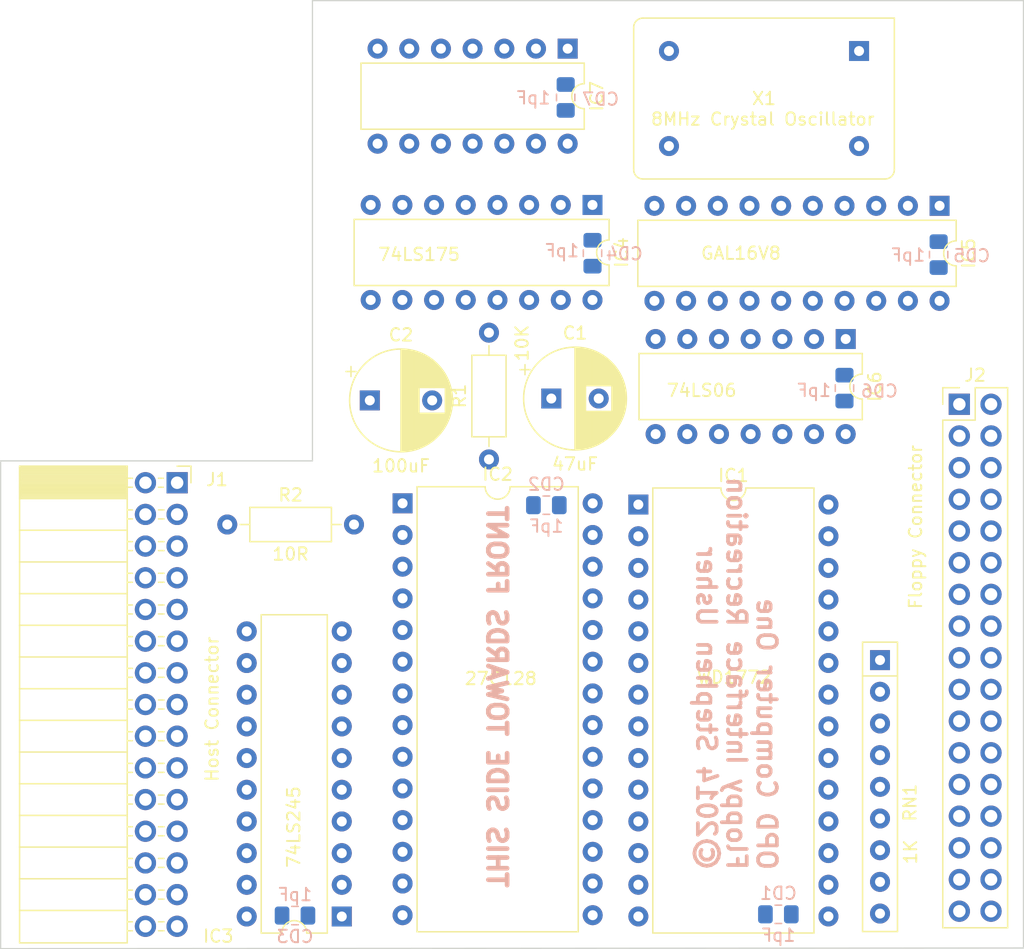
<source format=kicad_pcb>
(kicad_pcb (version 20240108) (generator "pcbnew") (generator_version "8.0")
  (layers (0 "F.Cu" signal) (31 "B.Cu" signal) (34 "B.Paste" user) (35 "F.Paste" user) (36 "B.SilkS" user "B.Silkscreen") (37 "F.SilkS" user "F.Silkscreen") (38 "B.Mask" user) (39 "F.Mask" user) (44 "Edge.Cuts" user))
  (net 0 "")
  (net 1 "+5V")
  (net 2 "GND")
  (net 3 "Net-(IC4-~{Mr})")
  (net 4 "_1772CS")
  (net 5 "A0")
  (net 6 "A1")
  (net 7 "ID0")
  (net 8 "ID1")
  (net 9 "ID2")
  (net 10 "ID3")
  (net 11 "ID4")
  (net 12 "ID5")
  (net 13 "ID6")
  (net 14 "ID7")
  (net 15 "_MRESET")
  (net 16 "ISTEP")
  (net 17 "DIRC")
  (net 18 "CLOCK")
  (net 19 "_RD")
  (net 20 "MOTOR")
  (net 21 "WRT_GATE")
  (net 22 "WRT_DATA")
  (net 23 "_TRACK0")
  (net 24 "INDEX")
  (net 25 "_WR_PROT")
  (net 27 "INTRQ")
  (net 29 "A12")
  (net 30 "A7")
  (net 31 "A6")
  (net 32 "A5")
  (net 33 "A4")
  (net 34 "A3")
  (net 35 "A2")
  (net 36 "A10")
  (net 37 "_ROMOE")
  (net 38 "A11")
  (net 39 "A9")
  (net 40 "A8")
  (net 41 "A13")
  (net 43 "D7")
  (net 44 "D6")
  (net 45 "D5")
  (net 46 "D4")
  (net 47 "D3")
  (net 48 "D2")
  (net 49 "D1")
  (net 50 "D0")
  (net 51 "_CE")
  (net 52 "175Q0")
  (net 55 "175Q1")
  (net 56 "175CP")
  (net 57 "175Q2")
  (net 60 "A14")
  (net 61 "_OE")
  (net 62 "_INTR")
  (net 63 "DIR")
  (net 64 "_WD")
  (net 65 "_WE")
  (net 66 "_STEP")
  (net 67 "MOTORON")
  (net 68 "R{slash}W")
  (net 69 "_SEL1")
  (net 70 "_SIDE")
  (net 71 "_SEL0")
  (net 84 "OC_CLOCK")
  (net 86 "_MODULE_DETECT")
  (footprint "Package_DIP:DIP-28_W15.24mm" (layer "F.Cu") (at 99.125 70.4)
    (property "Reference" "IC1" (at 7.62 -2.33 0) (layer "F.SilkS"))
    (property "Value" "WD1772" (at 7.675 13.85 0) (layer "F.SilkS"))
    (pad "1" thru_hole rect (at 0 0) (size 1.6 1.6) (drill 0.8) (layers "*.Cu" "*.Mask") (net 4 "_1772CS"))
    (pad "2" thru_hole oval (at 0 2.54) (size 1.6 1.6) (drill 0.8) (layers "*.Cu" "*.Mask") (net 68 "R{slash}W"))
    (pad "3" thru_hole oval (at 0 5.08) (size 1.6 1.6) (drill 0.8) (layers "*.Cu" "*.Mask") (net 5 "A0"))
    (pad "4" thru_hole oval (at 0 7.62) (size 1.6 1.6) (drill 0.8) (layers "*.Cu" "*.Mask") (net 6 "A1"))
    (pad "5" thru_hole oval (at 0 10.16) (size 1.6 1.6) (drill 0.8) (layers "*.Cu" "*.Mask") (net 7 "ID0"))
    (pad "6" thru_hole oval (at 0 12.7) (size 1.6 1.6) (drill 0.8) (layers "*.Cu" "*.Mask") (net 8 "ID1"))
    (pad "7" thru_hole oval (at 0 15.24) (size 1.6 1.6) (drill 0.8) (layers "*.Cu" "*.Mask") (net 9 "ID2"))
    (pad "8" thru_hole oval (at 0 17.78) (size 1.6 1.6) (drill 0.8) (layers "*.Cu" "*.Mask") (net 10 "ID3"))
    (pad "9" thru_hole oval (at 0 20.32) (size 1.6 1.6) (drill 0.8) (layers "*.Cu" "*.Mask") (net 11 "ID4"))
    (pad "10" thru_hole oval (at 0 22.86) (size 1.6 1.6) (drill 0.8) (layers "*.Cu" "*.Mask") (net 12 "ID5"))
    (pad "11" thru_hole oval (at 0 25.4) (size 1.6 1.6) (drill 0.8) (layers "*.Cu" "*.Mask") (net 13 "ID6"))
    (pad "12" thru_hole oval (at 0 27.94) (size 1.6 1.6) (drill 0.8) (layers "*.Cu" "*.Mask") (net 14 "ID7"))
    (pad "13" thru_hole oval (at 0 30.48) (size 1.6 1.6) (drill 0.8) (layers "*.Cu" "*.Mask") (net 15 "_MRESET"))
    (pad "14" thru_hole oval (at 0 33.02) (size 1.6 1.6) (drill 0.8) (layers "*.Cu" "*.Mask") (net 2 "GND"))
    (pad "15" thru_hole oval (at 15.24 33.02) (size 1.6 1.6) (drill 0.8) (layers "*.Cu" "*.Mask") (net 1 "+5V"))
    (pad "16" thru_hole oval (at 15.24 30.48) (size 1.6 1.6) (drill 0.8) (layers "*.Cu" "*.Mask") (net 16 "ISTEP"))
    (pad "17" thru_hole oval (at 15.24 27.94) (size 1.6 1.6) (drill 0.8) (layers "*.Cu" "*.Mask") (net 17 "DIRC"))
    (pad "18" thru_hole oval (at 15.24 25.4) (size 1.6 1.6) (drill 0.8) (layers "*.Cu" "*.Mask") (net 18 "CLOCK"))
    (pad "19" thru_hole oval (at 15.24 22.86) (size 1.6 1.6) (drill 0.8) (layers "*.Cu" "*.Mask") (net 19 "_RD"))
    (pad "20" thru_hole oval (at 15.24 20.32) (size 1.6 1.6) (drill 0.8) (layers "*.Cu" "*.Mask") (net 20 "MOTOR"))
    (pad "21" thru_hole oval (at 15.24 17.78) (size 1.6 1.6) (drill 0.8) (layers "*.Cu" "*.Mask") (net 21 "WRT_GATE"))
    (pad "22" thru_hole oval (at 15.24 15.24) (size 1.6 1.6) (drill 0.8) (layers "*.Cu" "*.Mask") (net 22 "WRT_DATA"))
    (pad "23" thru_hole oval (at 15.24 12.7) (size 1.6 1.6) (drill 0.8) (layers "*.Cu" "*.Mask") (net 23 "_TRACK0"))
    (pad "24" thru_hole oval (at 15.24 10.16) (size 1.6 1.6) (drill 0.8) (layers "*.Cu" "*.Mask") (net 24 "INDEX"))
    (pad "25" thru_hole oval (at 15.24 7.62) (size 1.6 1.6) (drill 0.8) (layers "*.Cu" "*.Mask") (net 25 "_WR_PROT"))
    (pad "26" thru_hole oval (at 15.24 5.08) (size 1.6 1.6) (drill 0.8) (layers "*.Cu" "*.Mask") (net 2 "GND"))
    (pad "27" thru_hole oval (at 15.24 2.54) (size 1.6 1.6) (drill 0.8) (layers "*.Cu" "*.Mask"))
    (pad "28" thru_hole oval (at 15.24 0) (size 1.6 1.6) (drill 0.8) (layers "*.Cu" "*.Mask") (net 27 "INTRQ"))
  )
  (footprint "Package_DIP:DIP-14_W7.62mm" (layer "F.Cu") (at 115.75 57.13 -90)
    (property "Reference" "IC6" (at 3.81 -2.33 90) (layer "F.SilkS"))
    (property "Value" "74LS06" (at 4.12 11.55 180) (layer "F.SilkS"))
    (pad "1" thru_hole rect (at 0 0 270) (size 1.6 1.6) (drill 0.8) (layers "*.Cu" "*.Mask") (net 27 "INTRQ"))
    (pad "2" thru_hole oval (at 0 2.54 270) (size 1.6 1.6) (drill 0.8) (layers "*.Cu" "*.Mask") (net 62 "_INTR"))
    (pad "3" thru_hole oval (at 0 5.08 270) (size 1.6 1.6) (drill 0.8) (layers "*.Cu" "*.Mask") (net 17 "DIRC"))
    (pad "4" thru_hole oval (at 0 7.62 270) (size 1.6 1.6) (drill 0.8) (layers "*.Cu" "*.Mask") (net 63 "DIR"))
    (pad "5" thru_hole oval (at 0 10.16 270) (size 1.6 1.6) (drill 0.8) (layers "*.Cu" "*.Mask") (net 22 "WRT_DATA"))
    (pad "6" thru_hole oval (at 0 12.7 270) (size 1.6 1.6) (drill 0.8) (layers "*.Cu" "*.Mask") (net 64 "_WD"))
    (pad "7" thru_hole oval (at 0 15.24 270) (size 1.6 1.6) (drill 0.8) (layers "*.Cu" "*.Mask") (net 2 "GND"))
    (pad "8" thru_hole oval (at 7.62 15.24 270) (size 1.6 1.6) (drill 0.8) (layers "*.Cu" "*.Mask") (net 65 "_WE"))
    (pad "9" thru_hole oval (at 7.62 12.7 270) (size 1.6 1.6) (drill 0.8) (layers "*.Cu" "*.Mask") (net 21 "WRT_GATE"))
    (pad "10" thru_hole oval (at 7.62 10.16 270) (size 1.6 1.6) (drill 0.8) (layers "*.Cu" "*.Mask") (net 66 "_STEP"))
    (pad "11" thru_hole oval (at 7.62 7.62 270) (size 1.6 1.6) (drill 0.8) (layers "*.Cu" "*.Mask") (net 16 "ISTEP"))
    (pad "12" thru_hole oval (at 7.62 5.08 270) (size 1.6 1.6) (drill 0.8) (layers "*.Cu" "*.Mask") (net 67 "MOTORON"))
    (pad "13" thru_hole oval (at 7.62 2.54 270) (size 1.6 1.6) (drill 0.8) (layers "*.Cu" "*.Mask") (net 20 "MOTOR"))
    (pad "14" thru_hole oval (at 7.62 0 270) (size 1.6 1.6) (drill 0.8) (layers "*.Cu" "*.Mask") (net 1 "+5V"))
  )
  (footprint "Package_DIP:DIP-14_W7.62mm" (layer "F.Cu") (at 93.46 33.85 -90)
    (property "Reference" "IC7" (at 3.81 -2.33 -90) (layer "F.SilkS"))
    (property "Value" "74LS06")
    (pad "1" thru_hole rect (at 0 0 270) (size 1.6 1.6) (drill 0.8) (layers "*.Cu" "*.Mask") (net 84 "OC_CLOCK"))
    (pad "2" thru_hole oval (at 0 2.54 270) (size 1.6 1.6) (drill 0.8) (layers "*.Cu" "*.Mask") (net 18 "CLOCK"))
    (pad "3" thru_hole oval (at 0 5.08 270) (size 1.6 1.6) (drill 0.8) (layers "*.Cu" "*.Mask") (net 57 "175Q2"))
    (pad "4" thru_hole oval (at 0 7.62 270) (size 1.6 1.6) (drill 0.8) (layers "*.Cu" "*.Mask") (net 70 "_SIDE"))
    (pad "5" thru_hole oval (at 0 10.16 270) (size 1.6 1.6) (drill 0.8) (layers "*.Cu" "*.Mask") (net 52 "175Q0"))
    (pad "6" thru_hole oval (at 0 12.7 270) (size 1.6 1.6) (drill 0.8) (layers "*.Cu" "*.Mask") (net 71 "_SEL0"))
    (pad "7" thru_hole oval (at 0 15.24 270) (size 1.6 1.6) (drill 0.8) (layers "*.Cu" "*.Mask") (net 2 "GND"))
    (pad "8" thru_hole oval (at 7.62 15.24 270) (size 1.6 1.6) (drill 0.8) (layers "*.Cu" "*.Mask") (net 69 "_SEL1"))
    (pad "9" thru_hole oval (at 7.62 12.7 270) (size 1.6 1.6) (drill 0.8) (layers "*.Cu" "*.Mask") (net 55 "175Q1"))
    (pad "10" thru_hole oval (at 7.62 10.16 270) (size 1.6 1.6) (drill 0.8) (layers "*.Cu" "*.Mask"))
    (pad "11" thru_hole oval (at 7.62 7.62 270) (size 1.6 1.6) (drill 0.8) (layers "*.Cu" "*.Mask"))
    (pad "12" thru_hole oval (at 7.62 5.08 270) (size 1.6 1.6) (drill 0.8) (layers "*.Cu" "*.Mask"))
    (pad "13" thru_hole oval (at 7.62 2.54 270) (size 1.6 1.6) (drill 0.8) (layers "*.Cu" "*.Mask"))
    (pad "14" thru_hole oval (at 7.62 0 270) (size 1.6 1.6) (drill 0.8) (layers "*.Cu" "*.Mask") (net 1 "+5V"))
  )
  (footprint "Connector_PinSocket_2.54mm:PinSocket_2x15_P2.54mm_Horizontal" (layer "F.Cu") (at 62.15 68.65)
    (property "Reference" "J1" (at 3.2 -0.25 0) (layer "F.SilkS"))
    (property "Value" "Host Connector" (at 2.8 18.15 -90) (layer "F.SilkS"))
    (pad "1" thru_hole rect (at 0 0) (size 1.7 1.7) (drill 1) (layers "*.Cu" "*.Mask") (net 1 "+5V"))
    (pad "2" thru_hole oval (at -2.54 0) (size 1.7 1.7) (drill 1) (layers "*.Cu" "*.Mask") (net 60 "A14"))
    (pad "3" thru_hole oval (at 0 2.54) (size 1.7 1.7) (drill 1) (layers "*.Cu" "*.Mask") (net 29 "A12"))
    (pad "4" thru_hole oval (at -2.54 2.54) (size 1.7 1.7) (drill 1) (layers "*.Cu" "*.Mask") (net 41 "A13"))
    (pad "5" thru_hole oval (at 0 5.08) (size 1.7 1.7) (drill 1) (layers "*.Cu" "*.Mask") (net 30 "A7"))
    (pad "6" thru_hole oval (at -2.54 5.08) (size 1.7 1.7) (drill 1) (layers "*.Cu" "*.Mask") (net 40 "A8"))
    (pad "7" thru_hole oval (at 0 7.62) (size 1.7 1.7) (drill 1) (layers "*.Cu" "*.Mask") (net 31 "A6"))
    (pad "8" thru_hole oval (at -2.54 7.62) (size 1.7 1.7) (drill 1) (layers "*.Cu" "*.Mask") (net 39 "A9"))
    (pad "9" thru_hole oval (at 0 10.16) (size 1.7 1.7) (drill 1) (layers "*.Cu" "*.Mask") (net 32 "A5"))
    (pad "10" thru_hole oval (at -2.54 10.16) (size 1.7 1.7) (drill 1) (layers "*.Cu" "*.Mask") (net 38 "A11"))
    (pad "11" thru_hole oval (at 0 12.7) (size 1.7 1.7) (drill 1) (layers "*.Cu" "*.Mask") (net 33 "A4"))
    (pad "12" thru_hole oval (at -2.54 12.7) (size 1.7 1.7) (drill 1) (layers "*.Cu" "*.Mask") (net 61 "_OE"))
    (pad "13" thru_hole oval (at 0 15.24) (size 1.7 1.7) (drill 1) (layers "*.Cu" "*.Mask") (net 34 "A3"))
    (pad "14" thru_hole oval (at -2.54 15.24) (size 1.7 1.7) (drill 1) (layers "*.Cu" "*.Mask") (net 36 "A10"))
    (pad "15" thru_hole oval (at 0 17.78) (size 1.7 1.7) (drill 1) (layers "*.Cu" "*.Mask") (net 35 "A2"))
    (pad "16" thru_hole oval (at -2.54 17.78) (size 1.7 1.7) (drill 1) (layers "*.Cu" "*.Mask") (net 51 "_CE"))
    (pad "17" thru_hole oval (at 0 20.32) (size 1.7 1.7) (drill 1) (layers "*.Cu" "*.Mask") (net 6 "A1"))
    (pad "18" thru_hole oval (at -2.54 20.32) (size 1.7 1.7) (drill 1) (layers "*.Cu" "*.Mask") (net 43 "D7"))
    (pad "19" thru_hole oval (at 0 22.86) (size 1.7 1.7) (drill 1) (layers "*.Cu" "*.Mask") (net 5 "A0"))
    (pad "20" thru_hole oval (at -2.54 22.86) (size 1.7 1.7) (drill 1) (layers "*.Cu" "*.Mask") (net 44 "D6"))
    (pad "21" thru_hole oval (at 0 25.4) (size 1.7 1.7) (drill 1) (layers "*.Cu" "*.Mask") (net 50 "D0"))
    (pad "22" thru_hole oval (at -2.54 25.4) (size 1.7 1.7) (drill 1) (layers "*.Cu" "*.Mask") (net 45 "D5"))
    (pad "23" thru_hole oval (at 0 27.94) (size 1.7 1.7) (drill 1) (layers "*.Cu" "*.Mask") (net 49 "D1"))
    (pad "24" thru_hole oval (at -2.54 27.94) (size 1.7 1.7) (drill 1) (layers "*.Cu" "*.Mask") (net 46 "D4"))
    (pad "25" thru_hole oval (at 0 30.48) (size 1.7 1.7) (drill 1) (layers "*.Cu" "*.Mask") (net 48 "D2"))
    (pad "26" thru_hole oval (at -2.54 30.48) (size 1.7 1.7) (drill 1) (layers "*.Cu" "*.Mask") (net 47 "D3"))
    (pad "27" thru_hole oval (at 0 33.02) (size 1.7 1.7) (drill 1) (layers "*.Cu" "*.Mask") (net 68 "R{slash}W"))
    (pad "28" thru_hole oval (at -2.54 33.02) (size 1.7 1.7) (drill 1) (layers "*.Cu" "*.Mask") (net 86 "_MODULE_DETECT"))
    (pad "29" thru_hole oval (at 0 35.56) (size 1.7 1.7) (drill 1) (layers "*.Cu" "*.Mask") (net 2 "GND"))
    (pad "30" thru_hole oval (at -2.54 35.56) (size 1.7 1.7) (drill 1) (layers "*.Cu" "*.Mask") (net 62 "_INTR"))
  )
  (footprint "Package_DIP:DIP-20_W7.62mm" (layer "F.Cu") (at 123.275 46.45 -90)
    (property "Reference" "IC5" (at 3.81 -2.33 90) (layer "F.SilkS"))
    (property "Value" "GAL16V8" (at 3.8 15.925 180) (layer "F.SilkS"))
    (pad "1" thru_hole rect (at 0 0 270) (size 1.6 1.6) (drill 0.8) (layers "*.Cu" "*.Mask") (net 61 "_OE"))
    (pad "2" thru_hole oval (at 0 2.54 270) (size 1.6 1.6) (drill 0.8) (layers "*.Cu" "*.Mask") (net 51 "_CE"))
    (pad "3" thru_hole oval (at 0 5.08 270) (size 1.6 1.6) (drill 0.8) (layers "*.Cu" "*.Mask") (net 41 "A13"))
    (pad "4" thru_hole oval (at 0 7.62 270) (size 1.6 1.6) (drill 0.8) (layers "*.Cu" "*.Mask") (net 60 "A14"))
    (pad "5" thru_hole oval (at 0 10.16 270) (size 1.6 1.6) (drill 0.8) (layers "*.Cu" "*.Mask") (net 68 "R{slash}W"))
    (pad "6" thru_hole oval (at 0 12.7 270) (size 1.6 1.6) (drill 0.8) (layers "*.Cu" "*.Mask"))
    (pad "7" thru_hole oval (at 0 15.24 270) (size 1.6 1.6) (drill 0.8) (layers "*.Cu" "*.Mask"))
    (pad "8" thru_hole oval (at 0 17.78 270) (size 1.6 1.6) (drill 0.8) (layers "*.Cu" "*.Mask"))
    (pad "9" thru_hole oval (at 0 20.32 270) (size 1.6 1.6) (drill 0.8) (layers "*.Cu" "*.Mask"))
    (pad "10" thru_hole oval (at 0 22.86 270) (size 1.6 1.6) (drill 0.8) (layers "*.Cu" "*.Mask") (net 2 "GND"))
    (pad "11" thru_hole oval (at 7.62 22.86 270) (size 1.6 1.6) (drill 0.8) (layers "*.Cu" "*.Mask") (net 2 "GND"))
    (pad "12" thru_hole oval (at 7.62 20.32 270) (size 1.6 1.6) (drill 0.8) (layers "*.Cu" "*.Mask"))
    (pad "13" thru_hole oval (at 7.62 17.78 270) (size 1.6 1.6) (drill 0.8) (layers "*.Cu" "*.Mask"))
    (pad "14" thru_hole oval (at 7.62 15.24 270) (size 1.6 1.6) (drill 0.8) (layers "*.Cu" "*.Mask"))
    (pad "15" thru_hole oval (at 7.62 12.7 270) (size 1.6 1.6) (drill 0.8) (layers "*.Cu" "*.Mask"))
    (pad "16" thru_hole oval (at 7.62 10.16 270) (size 1.6 1.6) (drill 0.8) (layers "*.Cu" "*.Mask"))
    (pad "17" thru_hole oval (at 7.62 7.62 270) (size 1.6 1.6) (drill 0.8) (layers "*.Cu" "*.Mask") (net 4 "_1772CS"))
    (pad "18" thru_hole oval (at 7.62 5.08 270) (size 1.6 1.6) (drill 0.8) (layers "*.Cu" "*.Mask") (net 56 "175CP"))
    (pad "19" thru_hole oval (at 7.62 2.54 270) (size 1.6 1.6) (drill 0.8) (layers "*.Cu" "*.Mask") (net 37 "_ROMOE"))
    (pad "20" thru_hole oval (at 7.62 0 270) (size 1.6 1.6) (drill 0.8) (layers "*.Cu" "*.Mask") (net 1 "+5V"))
  )
  (footprint "Oscillator:Oscillator_DIP-14" (layer "F.Cu") (at 116.82 34.04 180)
    (property "Reference" "X1" (at 7.62 -3.81 0) (layer "F.SilkS"))
    (property "Value" "8MHz Crystal Oscillator" (at 7.72 -5.46 0) (layer "F.SilkS"))
    (pad "1" thru_hole rect (at 0 0 180) (size 1.6 1.6) (drill 0.8) (layers "*.Cu" "*.Mask"))
    (pad "7" thru_hole circle (at 15.24 0 180) (size 1.6 1.6) (drill 0.8) (layers "*.Cu" "*.Mask") (net 2 "GND"))
    (pad "8" thru_hole circle (at 15.24 -7.62 180) (size 1.6 1.6) (drill 0.8) (layers "*.Cu" "*.Mask") (net 84 "OC_CLOCK"))
    (pad "14" thru_hole circle (at 0 -7.62 180) (size 1.6 1.6) (drill 0.8) (layers "*.Cu" "*.Mask") (net 1 "+5V"))
  )
  (footprint "Package_DIP:DIP-20_W7.62mm" (layer "F.Cu") (at 75.35 103.425 180)
    (property "Reference" "IC3" (at 9.9 -1.575 0) (layer "F.SilkS"))
    (property "Value" "74LS245" (at 3.85 7.175 90) (layer "F.SilkS"))
    (pad "1" thru_hole rect (at 0 0 180) (size 1.6 1.6) (drill 0.8) (layers "*.Cu" "*.Mask") (net 68 "R{slash}W"))
    (pad "2" thru_hole oval (at 0 2.54 180) (size 1.6 1.6) (drill 0.8) (layers "*.Cu" "*.Mask") (net 7 "ID0"))
    (pad "3" thru_hole oval (at 0 5.08 180) (size 1.6 1.6) (drill 0.8) (layers "*.Cu" "*.Mask") (net 8 "ID1"))
    (pad "4" thru_hole oval (at 0 7.62 180) (size 1.6 1.6) (drill 0.8) (layers "*.Cu" "*.Mask") (net 9 "ID2"))
    (pad "5" thru_hole oval (at 0 10.16 180) (size 1.6 1.6) (drill 0.8) (layers "*.Cu" "*.Mask") (net 10 "ID3"))
    (pad "6" thru_hole oval (at 0 12.7 180) (size 1.6 1.6) (drill 0.8) (layers "*.Cu" "*.Mask") (net 11 "ID4"))
    (pad "7" thru_hole oval (at 0 15.24 180) (size 1.6 1.6) (drill 0.8) (layers "*.Cu" "*.Mask") (net 12 "ID5"))
    (pad "8" thru_hole oval (at 0 17.78 180) (size 1.6 1.6) (drill 0.8) (layers "*.Cu" "*.Mask") (net 13 "ID6"))
    (pad "9" thru_hole oval (at 0 20.32 180) (size 1.6 1.6) (drill 0.8) (layers "*.Cu" "*.Mask") (net 14 "ID7"))
    (pad "10" thru_hole oval (at 0 22.86 180) (size 1.6 1.6) (drill 0.8) (layers "*.Cu" "*.Mask") (net 2 "GND"))
    (pad "11" thru_hole oval (at 7.62 22.86 180) (size 1.6 1.6) (drill 0.8) (layers "*.Cu" "*.Mask") (net 43 "D7"))
    (pad "12" thru_hole oval (at 7.62 20.32 180) (size 1.6 1.6) (drill 0.8) (layers "*.Cu" "*.Mask") (net 44 "D6"))
    (pad "13" thru_hole oval (at 7.62 17.78 180) (size 1.6 1.6) (drill 0.8) (layers "*.Cu" "*.Mask") (net 45 "D5"))
    (pad "14" thru_hole oval (at 7.62 15.24 180) (size 1.6 1.6) (drill 0.8) (layers "*.Cu" "*.Mask") (net 46 "D4"))
    (pad "15" thru_hole oval (at 7.62 12.7 180) (size 1.6 1.6) (drill 0.8) (layers "*.Cu" "*.Mask") (net 47 "D3"))
    (pad "16" thru_hole oval (at 7.62 10.16 180) (size 1.6 1.6) (drill 0.8) (layers "*.Cu" "*.Mask") (net 48 "D2"))
    (pad "17" thru_hole oval (at 7.62 7.62 180) (size 1.6 1.6) (drill 0.8) (layers "*.Cu" "*.Mask") (net 49 "D1"))
    (pad "18" thru_hole oval (at 7.62 5.08 180) (size 1.6 1.6) (drill 0.8) (layers "*.Cu" "*.Mask") (net 50 "D0"))
    (pad "19" thru_hole oval (at 7.62 2.54 180) (size 1.6 1.6) (drill 0.8) (layers "*.Cu" "*.Mask") (net 51 "_CE"))
    (pad "20" thru_hole oval (at 7.62 0 180) (size 1.6 1.6) (drill 0.8) (layers "*.Cu" "*.Mask") (net 1 "+5V"))
  )
  (footprint "Capacitor_THT:CP_Radial_D8.0mm_P5.00mm" (layer "F.Cu") (at 77.597349 62.05)
    (property "Reference" "C2" (at 2.5 -5.25 0) (layer "F.SilkS"))
    (property "Value" "100uF" (at 2.5 5.25 0) (layer "F.SilkS"))
    (pad "1" thru_hole rect (at 0 0) (size 1.6 1.6) (drill 0.8) (layers "*.Cu" "*.Mask") (net 1 "+5V"))
    (pad "2" thru_hole circle (at 5 0) (size 1.6 1.6) (drill 0.8) (layers "*.Cu" "*.Mask") (net 2 "GND"))
  )
  (footprint "Capacitor_THT:CP_Radial_D8.0mm_P3.80mm" (layer "F.Cu") (at 92.147349 61.9)
    (property "Reference" "C1" (at 1.9 -5.25 0) (layer "F.SilkS"))
    (property "Value" "47uF" (at 1.9 5.25 0) (layer "F.SilkS"))
    (pad "1" thru_hole rect (at 0 0) (size 1.6 1.6) (drill 0.8) (layers "*.Cu" "*.Mask") (net 3 "Net-(IC4-~{Mr})"))
    (pad "2" thru_hole circle (at 3.8 0) (size 1.6 1.6) (drill 0.8) (layers "*.Cu" "*.Mask") (net 2 "GND"))
  )
  (footprint "Resistor_THT:R_Axial_DIN0207_L6.3mm_D2.5mm_P10.16mm_Horizontal" (layer "F.Cu") (at 66.17 72)
    (property "Reference" "R2" (at 5.08 -2.37 0) (layer "F.SilkS"))
    (property "Value" "10R" (at 5.08 2.37 0) (layer "F.SilkS"))
    (pad "1" thru_hole circle (at 0 0) (size 1.6 1.6) (drill 0.8) (layers "*.Cu" "*.Mask") (net 86 "_MODULE_DETECT"))
    (pad "2" thru_hole oval (at 10.16 0) (size 1.6 1.6) (drill 0.8) (layers "*.Cu" "*.Mask") (net 2 "GND"))
  )
  (footprint "Resistor_THT:R_Axial_DIN0207_L6.3mm_D2.5mm_P10.16mm_Horizontal" (layer "F.Cu") (at 87.15 66.78 90)
    (property "Reference" "R1" (at 5.08 -2.37 90) (layer "F.SilkS"))
    (property "Value" "10K" (at 9.33 2.65 90) (layer "F.SilkS"))
    (pad "1" thru_hole circle (at 0 0 90) (size 1.6 1.6) (drill 0.8) (layers "*.Cu" "*.Mask") (net 3 "Net-(IC4-~{Mr})"))
    (pad "2" thru_hole oval (at 10.16 0 90) (size 1.6 1.6) (drill 0.8) (layers "*.Cu" "*.Mask") (net 1 "+5V"))
  )
  (footprint "Resistor_THT:R_Array_SIP9" (layer "F.Cu") (at 118.5 82.87 -90)
    (property "Reference" "RN1" (at 11.43 -2.4 90) (layer "F.SilkS"))
    (property "Value" "1K" (at 15.38 -2.45 90) (layer "F.SilkS"))
    (pad "1" thru_hole rect (at 0 0 270) (size 1.6 1.6) (drill 0.8) (layers "*.Cu" "*.Mask") (net 1 "+5V"))
    (pad "2" thru_hole oval (at 2.54 0 270) (size 1.6 1.6) (drill 0.8) (layers "*.Cu" "*.Mask") (net 24 "INDEX"))
    (pad "3" thru_hole oval (at 5.08 0 270) (size 1.6 1.6) (drill 0.8) (layers "*.Cu" "*.Mask") (net 23 "_TRACK0"))
    (pad "4" thru_hole oval (at 7.62 0 270) (size 1.6 1.6) (drill 0.8) (layers "*.Cu" "*.Mask") (net 25 "_WR_PROT"))
    (pad "5" thru_hole oval (at 10.16 0 270) (size 1.6 1.6) (drill 0.8) (layers "*.Cu" "*.Mask") (net 19 "_RD"))
    (pad "6" thru_hole oval (at 12.7 0 270) (size 1.6 1.6) (drill 0.8) (layers "*.Cu" "*.Mask"))
    (pad "7" thru_hole oval (at 15.24 0 270) (size 1.6 1.6) (drill 0.8) (layers "*.Cu" "*.Mask"))
    (pad "8" thru_hole oval (at 17.78 0 270) (size 1.6 1.6) (drill 0.8) (layers "*.Cu" "*.Mask"))
    (pad "9" thru_hole oval (at 20.32 0 270) (size 1.6 1.6) (drill 0.8) (layers "*.Cu" "*.Mask") (net 18 "CLOCK"))
  )
  (footprint "Package_DIP:DIP-16_W7.62mm" (layer "F.Cu") (at 95.45 46.38 -90)
    (property "Reference" "IC4" (at 3.81 -2.33 90) (layer "F.SilkS"))
    (property "Value" "74LS175" (at 3.97 13.9 180) (layer "F.SilkS"))
    (pad "1" thru_hole rect (at 0 0 270) (size 1.6 1.6) (drill 0.8) (layers "*.Cu" "*.Mask") (net 3 "Net-(IC4-~{Mr})"))
    (pad "2" thru_hole oval (at 0 2.54 270) (size 1.6 1.6) (drill 0.8) (layers "*.Cu" "*.Mask") (net 52 "175Q0"))
    (pad "3" thru_hole oval (at 0 5.08 270) (size 1.6 1.6) (drill 0.8) (layers "*.Cu" "*.Mask"))
    (pad "4" thru_hole oval (at 0 7.62 270) (size 1.6 1.6) (drill 0.8) (layers "*.Cu" "*.Mask") (net 7 "ID0"))
    (pad "5" thru_hole oval (at 0 10.16 270) (size 1.6 1.6) (drill 0.8) (layers "*.Cu" "*.Mask") (net 8 "ID1"))
    (pad "6" thru_hole oval (at 0 12.7 270) (size 1.6 1.6) (drill 0.8) (layers "*.Cu" "*.Mask"))
    (pad "7" thru_hole oval (at 0 15.24 270) (size 1.6 1.6) (drill 0.8) (layers "*.Cu" "*.Mask") (net 55 "175Q1"))
    (pad "8" thru_hole oval (at 0 17.78 270) (size 1.6 1.6) (drill 0.8) (layers "*.Cu" "*.Mask") (net 2 "GND"))
    (pad "9" thru_hole oval (at 7.62 17.78 270) (size 1.6 1.6) (drill 0.8) (layers "*.Cu" "*.Mask") (net 56 "175CP"))
    (pad "10" thru_hole oval (at 7.62 15.24 270) (size 1.6 1.6) (drill 0.8) (layers "*.Cu" "*.Mask") (net 57 "175Q2"))
    (pad "11" thru_hole oval (at 7.62 12.7 270) (size 1.6 1.6) (drill 0.8) (layers "*.Cu" "*.Mask"))
    (pad "12" thru_hole oval (at 7.62 10.16 270) (size 1.6 1.6) (drill 0.8) (layers "*.Cu" "*.Mask") (net 9 "ID2"))
    (pad "13" thru_hole oval (at 7.62 7.62 270) (size 1.6 1.6) (drill 0.8) (layers "*.Cu" "*.Mask") (net 10 "ID3"))
    (pad "14" thru_hole oval (at 7.62 5.08 270) (size 1.6 1.6) (drill 0.8) (layers "*.Cu" "*.Mask"))
    (pad "15" thru_hole oval (at 7.62 2.54 270) (size 1.6 1.6) (drill 0.8) (layers "*.Cu" "*.Mask") (net 15 "_MRESET"))
    (pad "16" thru_hole oval (at 7.62 0 270) (size 1.6 1.6) (drill 0.8) (layers "*.Cu" "*.Mask") (net 1 "+5V"))
  )
  (footprint "Connector_PinHeader_2.54mm:PinHeader_2x17_P2.54mm_Vertical" (layer "F.Cu") (at 124.86 62.36)
    (property "Reference" "J2" (at 1.27 -2.33 0) (layer "F.SilkS"))
    (property "Value" "Floppy Connector" (at -3.51 9.84 90) (layer "F.SilkS"))
    (pad "1" thru_hole rect (at 0 0) (size 1.7 1.7) (drill 1) (layers "*.Cu" "*.Mask") (net 2 "GND"))
    (pad "2" thru_hole oval (at 2.54 0) (size 1.7 1.7) (drill 1) (layers "*.Cu" "*.Mask"))
    (pad "3" thru_hole oval (at 0 2.54) (size 1.7 1.7) (drill 1) (layers "*.Cu" "*.Mask") (net 2 "GND"))
    (pad "4" thru_hole oval (at 2.54 2.54) (size 1.7 1.7) (drill 1) (layers "*.Cu" "*.Mask"))
    (pad "5" thru_hole oval (at 0 5.08) (size 1.7 1.7) (drill 1) (layers "*.Cu" "*.Mask") (net 2 "GND"))
    (pad "6" thru_hole oval (at 2.54 5.08) (size 1.7 1.7) (drill 1) (layers "*.Cu" "*.Mask"))
    (pad "7" thru_hole oval (at 0 7.62) (size 1.7 1.7) (drill 1) (layers "*.Cu" "*.Mask") (net 2 "GND"))
    (pad "8" thru_hole oval (at 2.54 7.62) (size 1.7 1.7) (drill 1) (layers "*.Cu" "*.Mask") (net 24 "INDEX"))
    (pad "9" thru_hole oval (at 0 10.16) (size 1.7 1.7) (drill 1) (layers "*.Cu" "*.Mask") (net 2 "GND"))
    (pad "10" thru_hole oval (at 2.54 10.16) (size 1.7 1.7) (drill 1) (layers "*.Cu" "*.Mask") (net 71 "_SEL0"))
    (pad "11" thru_hole oval (at 0 12.7) (size 1.7 1.7) (drill 1) (layers "*.Cu" "*.Mask") (net 2 "GND"))
    (pad "12" thru_hole oval (at 2.54 12.7) (size 1.7 1.7) (drill 1) (layers "*.Cu" "*.Mask") (net 69 "_SEL1"))
    (pad "13" thru_hole oval (at 0 15.24) (size 1.7 1.7) (drill 1) (layers "*.Cu" "*.Mask") (net 2 "GND"))
    (pad "14" thru_hole oval (at 2.54 15.24) (size 1.7 1.7) (drill 1) (layers "*.Cu" "*.Mask"))
    (pad "15" thru_hole oval (at 0 17.78) (size 1.7 1.7) (drill 1) (layers "*.Cu" "*.Mask") (net 2 "GND"))
    (pad "16" thru_hole oval (at 2.54 17.78) (size 1.7 1.7) (drill 1) (layers "*.Cu" "*.Mask") (net 67 "MOTORON"))
    (pad "17" thru_hole oval (at 0 20.32) (size 1.7 1.7) (drill 1) (layers "*.Cu" "*.Mask") (net 2 "GND"))
    (pad "18" thru_hole oval (at 2.54 20.32) (size 1.7 1.7) (drill 1) (layers "*.Cu" "*.Mask") (net 63 "DIR"))
    (pad "19" thru_hole oval (at 0 22.86) (size 1.7 1.7) (drill 1) (layers "*.Cu" "*.Mask") (net 2 "GND"))
    (pad "20" thru_hole oval (at 2.54 22.86) (size 1.7 1.7) (drill 1) (layers "*.Cu" "*.Mask") (net 66 "_STEP"))
    (pad "21" thru_hole oval (at 0 25.4) (size 1.7 1.7) (drill 1) (layers "*.Cu" "*.Mask") (net 2 "GND"))
    (pad "22" thru_hole oval (at 2.54 25.4) (size 1.7 1.7) (drill 1) (layers "*.Cu" "*.Mask") (net 64 "_WD"))
    (pad "23" thru_hole oval (at 0 27.94) (size 1.7 1.7) (drill 1) (layers "*.Cu" "*.Mask") (net 2 "GND"))
    (pad "24" thru_hole oval (at 2.54 27.94) (size 1.7 1.7) (drill 1) (layers "*.Cu" "*.Mask") (net 65 "_WE"))
    (pad "25" thru_hole oval (at 0 30.48) (size 1.7 1.7) (drill 1) (layers "*.Cu" "*.Mask") (net 2 "GND"))
    (pad "26" thru_hole oval (at 2.54 30.48) (size 1.7 1.7) (drill 1) (layers "*.Cu" "*.Mask") (net 23 "_TRACK0"))
    (pad "27" thru_hole oval (at 0 33.02) (size 1.7 1.7) (drill 1) (layers "*.Cu" "*.Mask") (net 2 "GND"))
    (pad "28" thru_hole oval (at 2.54 33.02) (size 1.7 1.7) (drill 1) (layers "*.Cu" "*.Mask") (net 25 "_WR_PROT"))
    (pad "29" thru_hole oval (at 0 35.56) (size 1.7 1.7) (drill 1) (layers "*.Cu" "*.Mask") (net 2 "GND"))
    (pad "30" thru_hole oval (at 2.54 35.56) (size 1.7 1.7) (drill 1) (layers "*.Cu" "*.Mask") (net 19 "_RD"))
    (pad "31" thru_hole oval (at 0 38.1) (size 1.7 1.7) (drill 1) (layers "*.Cu" "*.Mask") (net 2 "GND"))
    (pad "32" thru_hole oval (at 2.54 38.1) (size 1.7 1.7) (drill 1) (layers "*.Cu" "*.Mask") (net 70 "_SIDE"))
    (pad "33" thru_hole oval (at 0 40.64) (size 1.7 1.7) (drill 1) (layers "*.Cu" "*.Mask") (net 2 "GND"))
    (pad "34" thru_hole oval (at 2.54 40.64) (size 1.7 1.7) (drill 1) (layers "*.Cu" "*.Mask"))
  )
  (footprint "Package_DIP:DIP-28_W15.24mm" (layer "F.Cu") (at 80.225 70.3)
    (property "Reference" "IC2" (at 7.62 -2.33 0) (layer "F.SilkS"))
    (property "Value" "27C128" (at 7.875 14.05 0) (layer "F.SilkS"))
    (pad "1" thru_hole rect (at 0 0) (size 1.6 1.6) (drill 0.8) (layers "*.Cu" "*.Mask"))
    (pad "2" thru_hole oval (at 0 2.54) (size 1.6 1.6) (drill 0.8) (layers "*.Cu" "*.Mask") (net 29 "A12"))
    (pad "3" thru_hole oval (at 0 5.08) (size 1.6 1.6) (drill 0.8) (layers "*.Cu" "*.Mask") (net 30 "A7"))
    (pad "4" thru_hole oval (at 0 7.62) (size 1.6 1.6) (drill 0.8) (layers "*.Cu" "*.Mask") (net 31 "A6"))
    (pad "5" thru_hole oval (at 0 10.16) (size 1.6 1.6) (drill 0.8) (layers "*.Cu" "*.Mask") (net 32 "A5"))
    (pad "6" thru_hole oval (at 0 12.7) (size 1.6 1.6) (drill 0.8) (layers "*.Cu" "*.Mask") (net 33 "A4"))
    (pad "7" thru_hole oval (at 0 15.24) (size 1.6 1.6) (drill 0.8) (layers "*.Cu" "*.Mask") (net 34 "A3"))
    (pad "8" thru_hole oval (at 0 17.78) (size 1.6 1.6) (drill 0.8) (layers "*.Cu" "*.Mask") (net 35 "A2"))
    (pad "9" thru_hole oval (at 0 20.32) (size 1.6 1.6) (drill 0.8) (layers "*.Cu" "*.Mask") (net 6 "A1"))
    (pad "10" thru_hole oval (at 0 22.86) (size 1.6 1.6) (drill 0.8) (layers "*.Cu" "*.Mask") (net 5 "A0"))
    (pad "11" thru_hole oval (at 0 25.4) (size 1.6 1.6) (drill 0.8) (layers "*.Cu" "*.Mask") (net 7 "ID0"))
    (pad "12" thru_hole oval (at 0 27.94) (size 1.6 1.6) (drill 0.8) (layers "*.Cu" "*.Mask") (net 8 "ID1"))
    (pad "13" thru_hole oval (at 0 30.48) (size 1.6 1.6) (drill 0.8) (layers "*.Cu" "*.Mask") (net 9 "ID2"))
    (pad "14" thru_hole oval (at 0 33.02) (size 1.6 1.6) (drill 0.8) (layers "*.Cu" "*.Mask") (net 2 "GND"))
    (pad "15" thru_hole oval (at 15.24 33.02) (size 1.6 1.6) (drill 0.8) (layers "*.Cu" "*.Mask") (net 10 "ID3"))
    (pad "16" thru_hole oval (at 15.24 30.48) (size 1.6 1.6) (drill 0.8) (layers "*.Cu" "*.Mask") (net 11 "ID4"))
    (pad "17" thru_hole oval (at 15.24 27.94) (size 1.6 1.6) (drill 0.8) (layers "*.Cu" "*.Mask") (net 12 "ID5"))
    (pad "18" thru_hole oval (at 15.24 25.4) (size 1.6 1.6) (drill 0.8) (layers "*.Cu" "*.Mask") (net 13 "ID6"))
    (pad "19" thru_hole oval (at 15.24 22.86) (size 1.6 1.6) (drill 0.8) (layers "*.Cu" "*.Mask") (net 14 "ID7"))
    (pad "20" thru_hole oval (at 15.24 20.32) (size 1.6 1.6) (drill 0.8) (layers "*.Cu" "*.Mask") (net 2 "GND"))
    (pad "21" thru_hole oval (at 15.24 17.78) (size 1.6 1.6) (drill 0.8) (layers "*.Cu" "*.Mask") (net 36 "A10"))
    (pad "22" thru_hole oval (at 15.24 15.24) (size 1.6 1.6) (drill 0.8) (layers "*.Cu" "*.Mask") (net 37 "_ROMOE"))
    (pad "23" thru_hole oval (at 15.24 12.7) (size 1.6 1.6) (drill 0.8) (layers "*.Cu" "*.Mask") (net 38 "A11"))
    (pad "24" thru_hole oval (at 15.24 10.16) (size 1.6 1.6) (drill 0.8) (layers "*.Cu" "*.Mask") (net 39 "A9"))
    (pad "25" thru_hole oval (at 15.24 7.62) (size 1.6 1.6) (drill 0.8) (layers "*.Cu" "*.Mask") (net 40 "A8"))
    (pad "26" thru_hole oval (at 15.24 5.08) (size 1.6 1.6) (drill 0.8) (layers "*.Cu" "*.Mask") (net 41 "A13"))
    (pad "27" thru_hole oval (at 15.24 2.54) (size 1.6 1.6) (drill 0.8) (layers "*.Cu" "*.Mask"))
    (pad "28" thru_hole oval (at 15.24 0) (size 1.6 1.6) (drill 0.8) (layers "*.Cu" "*.Mask") (net 1 "+5V"))
  )
  (footprint "Capacitor_SMD:C_0805_2012Metric_Pad1.18x1.45mm_HandSolder" (layer "B.Cu") (at 93.3 37.7625 90)
    (property "Reference" "CD7" (at -0.1375 2.8 180) (layer "B.SilkS") (effects (justify mirror)))
    (property "Value" "1pF" (at -0.0375 -2.6 180) (layer "B.SilkS") (effects (justify mirror)))
    (pad "1" smd roundrect (at -1.0375 0 90) (size 1.175 1.45) (layers "B.Cu" "B.Paste" "B.Mask") (roundrect_rratio 0.212766) (net 1 "+5V"))
    (pad "2" smd roundrect (at 1.0375 0 90) (size 1.175 1.45) (layers "B.Cu" "B.Paste" "B.Mask") (roundrect_rratio 0.212766) (net 2 "GND"))
  )
  (footprint "Capacitor_SMD:C_0805_2012Metric_Pad1.18x1.45mm_HandSolder" (layer "B.Cu") (at 115.65 61.0625 90)
    (property "Reference" "CD6" (at -0.2375 2.8 180) (layer "B.SilkS") (effects (justify mirror)))
    (property "Value" "1pF" (at -0.1875 -2.45 180) (layer "B.SilkS") (effects (justify mirror)))
    (pad "1" smd roundrect (at -1.0375 0 90) (size 1.175 1.45) (layers "B.Cu" "B.Paste" "B.Mask") (roundrect_rratio 0.212766) (net 1 "+5V"))
    (pad "2" smd roundrect (at 1.0375 0 90) (size 1.175 1.45) (layers "B.Cu" "B.Paste" "B.Mask") (roundrect_rratio 0.212766) (net 2 "GND"))
  )
  (footprint "Capacitor_SMD:C_0805_2012Metric_Pad1.18x1.45mm_HandSolder" (layer "B.Cu") (at 95.45 50.25 90)
    (property "Reference" "CD4" (at -0.05 2.55 180) (layer "B.SilkS") (effects (justify mirror)))
    (property "Value" "1pF" (at 0.2 -2.45 180) (layer "B.SilkS") (effects (justify mirror)))
    (pad "1" smd roundrect (at -1.0375 0 90) (size 1.175 1.45) (layers "B.Cu" "B.Paste" "B.Mask") (roundrect_rratio 0.212766) (net 1 "+5V"))
    (pad "2" smd roundrect (at 1.0375 0 90) (size 1.175 1.45) (layers "B.Cu" "B.Paste" "B.Mask") (roundrect_rratio 0.212766) (net 2 "GND"))
  )
  (footprint "Capacitor_SMD:C_0805_2012Metric_Pad1.18x1.45mm_HandSolder" (layer "B.Cu") (at 123.2 50.3625 90)
    (property "Reference" "CD5" (at -0.0875 2.65 180) (layer "B.SilkS") (effects (justify mirror)))
    (property "Value" "1pF" (at -0.0375 -2.45 180) (layer "B.SilkS") (effects (justify mirror)))
    (pad "1" smd roundrect (at -1.0375 0 90) (size 1.175 1.45) (layers "B.Cu" "B.Paste" "B.Mask") (roundrect_rratio 0.212766) (net 1 "+5V"))
    (pad "2" smd roundrect (at 1.0375 0 90) (size 1.175 1.45) (layers "B.Cu" "B.Paste" "B.Mask") (roundrect_rratio 0.212766) (net 2 "GND"))
  )
  (footprint "Capacitor_SMD:C_0805_2012Metric_Pad1.18x1.45mm_HandSolder" (layer "B.Cu") (at 91.75 70.45 180)
    (property "Reference" "CD2" (at 0 1.68 0) (layer "B.SilkS") (effects (justify mirror)))
    (property "Value" "1pF" (at 0 -1.68 0) (layer "B.SilkS") (effects (justify mirror)))
    (pad "1" smd roundrect (at -1.0375 0 180) (size 1.175 1.45) (layers "B.Cu" "B.Paste" "B.Mask") (roundrect_rratio 0.212766) (net 1 "+5V"))
    (pad "2" smd roundrect (at 1.0375 0 180) (size 1.175 1.45) (layers "B.Cu" "B.Paste" "B.Mask") (roundrect_rratio 0.212766) (net 2 "GND"))
  )
  (footprint "Capacitor_SMD:C_0805_2012Metric_Pad1.18x1.45mm_HandSolder" (layer "B.Cu") (at 110.35 103.25 180)
    (property "Reference" "CD1" (at 0 1.68 0) (layer "B.SilkS") (effects (justify mirror)))
    (property "Value" "1pF" (at 0 -1.68 0) (layer "B.SilkS") (effects (justify mirror)))
    (pad "1" smd roundrect (at -1.0375 0 180) (size 1.175 1.45) (layers "B.Cu" "B.Paste" "B.Mask") (roundrect_rratio 0.212766) (net 1 "+5V"))
    (pad "2" smd roundrect (at 1.0375 0 180) (size 1.175 1.45) (layers "B.Cu" "B.Paste" "B.Mask") (roundrect_rratio 0.212766) (net 2 "GND"))
  )
  (footprint "Capacitor_SMD:C_0805_2012Metric_Pad1.18x1.45mm_HandSolder" (layer "B.Cu") (at 71.6 103.35)
    (property "Reference" "CD3" (at 0 1.68 0) (layer "B.SilkS") (effects (justify mirror)))
    (property "Value" "1pF" (at 0 -1.68 0) (layer "B.SilkS") (effects (justify mirror)))
    (pad "1" smd roundrect (at -1.0375 0) (size 1.175 1.45) (layers "B.Cu" "B.Paste" "B.Mask") (roundrect_rratio 0.212766) (net 1 "+5V"))
    (pad "2" smd roundrect (at 1.0375 0) (size 1.175 1.45) (layers "B.Cu" "B.Paste" "B.Mask") (roundrect_rratio 0.212766) (net 2 "GND"))
  )
  (gr_line (start 48 66.9) (end 73 66.9) (stroke (width 0.1)) (layer "Edge.Cuts"))
  (gr_line (start 73 66.9) (end 73 30) (stroke (width 0.1)) (layer "Edge.Cuts"))
  (gr_line (start 48 106) (end 48 66.9) (stroke (width 0.1)) (layer "Edge.Cuts"))
  (gr_line (start 48 106) (end 130 105.95) (stroke (width 0.1)) (layer "Edge.Cuts"))
  (gr_line (start 130 30) (end 130 105.95) (stroke (width 0.1)) (layer "Edge.Cuts"))
  (gr_line (start 73 30) (end 130 30) (stroke (width 0.1)) (layer "Edge.Cuts"))
  (gr_text "OPD Computer One\nFloppy Interface Recreation\n©2014 Stephen Usher" (at 103.7 99.85 270) (layer "B.SilkS") (effects (font (size 1.5 1.5) (thickness 0.3) (bold yes)) (justify left bottom mirror)))
  (gr_text "THIS SIDE TOWARDS FRONT" (at 86.9 101.3 270) (layer "B.SilkS") (effects (font (size 1.5 1.5) (thickness 0.375) (bold yes)) (justify left bottom mirror)))
)
</source>
